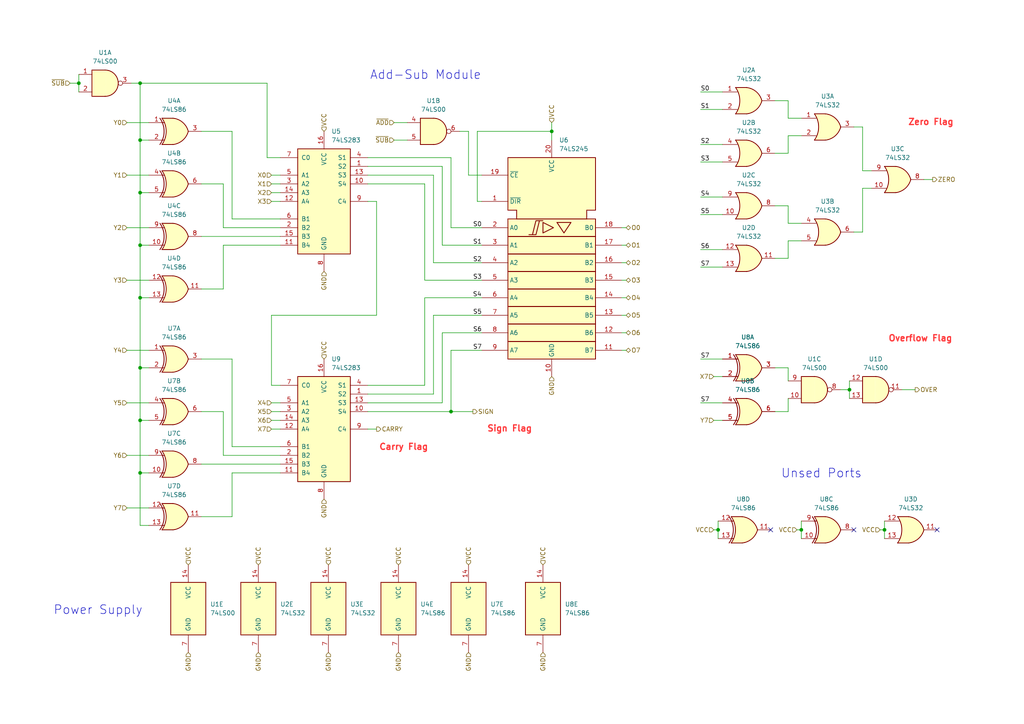
<source format=kicad_sch>
(kicad_sch (version 20250114) (generator "eeschema") (generator_version "9.0")
  (paper "A4")
  (lib_symbols
    (symbol "74xx:74LS00" (pin_names (offset 1.016))
      (property "Reference" "U" (at 0 1.27 0))
      (property "Value" "74LS00" (at 0 -1.27 0))
      (symbol "74LS00_1_1"
        (arc (start 0 3.81) (mid 3.7934 0) (end 0 -3.81) (stroke (width 0.254)) (fill (type background)))
        (polyline (pts (xy 0 3.81) (xy -3.81 3.81) (xy -3.81 -3.81) (xy 0 -3.81)) (stroke (width 0.254)) (fill (type background)))
        (pin input line (at -7.62 2.54 0) (length 3.81) (name "~") (number "1"))
        (pin input line (at -7.62 -2.54 0) (length 3.81) (name "~") (number "2"))
        (pin output inverted (at 7.62 0 180) (length 3.81) (name "~") (number "3"))
      )
      (symbol "74LS00_1_2"
        (arc (start -3.81 3.81) (mid -2.589 0) (end -3.81 -3.81) (stroke (width 0.254)))
        (polyline (pts (xy -3.81 3.81) (xy -0.635 3.81)) (stroke (width 0.254)) (fill (type background)))
        (polyline (pts (xy -3.81 -3.81) (xy -0.635 -3.81)) (stroke (width 0.254)) (fill (type background)))
        (arc (start 3.81 0) (mid 2.1855 -2.584) (end -0.6096 -3.81) (stroke (width 0.254)) (fill (type background)))
        (arc (start -0.6096 3.81) (mid 2.1928 2.5924) (end 3.81 0) (stroke (width 0.254)) (fill (type background)))
        (polyline (pts (xy -0.635 3.81) (xy -3.81 3.81) (xy -3.81 3.81) (xy -3.556 3.4036) (xy -3.0226 2.2606) (xy -2.6924 1.0414) (xy -2.6162 -0.254) (xy -2.7686 -1.4986) (xy -3.175 -2.7178) (xy -3.81 -3.81) (xy -3.81 -3.81) (xy -0.635 -3.81)) (stroke (width -25.4)) (fill (type background)))
        (pin input inverted (at -7.62 2.54 0) (length 4.318) (name "~") (number "1"))
        (pin input inverted (at -7.62 -2.54 0) (length 4.318) (name "~") (number "2"))
        (pin output line (at 7.62 0 180) (length 3.81) (name "~") (number "3"))
      )
      (symbol "74LS00_2_1"
        (arc (start 0 3.81) (mid 3.7934 0) (end 0 -3.81) (stroke (width 0.254)) (fill (type background)))
        (polyline (pts (xy 0 3.81) (xy -3.81 3.81) (xy -3.81 -3.81) (xy 0 -3.81)) (stroke (width 0.254)) (fill (type background)))
        (pin input line (at -7.62 2.54 0) (length 3.81) (name "~") (number "4"))
        (pin input line (at -7.62 -2.54 0) (length 3.81) (name "~") (number "5"))
        (pin output inverted (at 7.62 0 180) (length 3.81) (name "~") (number "6"))
      )
      (symbol "74LS00_2_2"
        (arc (start -3.81 3.81) (mid -2.589 0) (end -3.81 -3.81) (stroke (width 0.254)))
        (polyline (pts (xy -3.81 3.81) (xy -0.635 3.81)) (stroke (width 0.254)) (fill (type background)))
        (polyline (pts (xy -3.81 -3.81) (xy -0.635 -3.81)) (stroke (width 0.254)) (fill (type background)))
        (arc (start 3.81 0) (mid 2.1855 -2.584) (end -0.6096 -3.81) (stroke (width 0.254)) (fill (type background)))
        (arc (start -0.6096 3.81) (mid 2.1928 2.5924) (end 3.81 0) (stroke (width 0.254)) (fill (type background)))
        (polyline (pts (xy -0.635 3.81) (xy -3.81 3.81) (xy -3.81 3.81) (xy -3.556 3.4036) (xy -3.0226 2.2606) (xy -2.6924 1.0414) (xy -2.6162 -0.254) (xy -2.7686 -1.4986) (xy -3.175 -2.7178) (xy -3.81 -3.81) (xy -3.81 -3.81) (xy -0.635 -3.81)) (stroke (width -25.4)) (fill (type background)))
        (pin input inverted (at -7.62 2.54 0) (length 4.318) (name "~") (number "4"))
        (pin input inverted (at -7.62 -2.54 0) (length 4.318) (name "~") (number "5"))
        (pin output line (at 7.62 0 180) (length 3.81) (name "~") (number "6"))
      )
      (symbol "74LS00_3_1"
        (arc (start 0 3.81) (mid 3.7934 0) (end 0 -3.81) (stroke (width 0.254)) (fill (type background)))
        (polyline (pts (xy 0 3.81) (xy -3.81 3.81) (xy -3.81 -3.81) (xy 0 -3.81)) (stroke (width 0.254)) (fill (type background)))
        (pin input line (at -7.62 2.54 0) (length 3.81) (name "~") (number "9"))
        (pin input line (at -7.62 -2.54 0) (length 3.81) (name "~") (number "10"))
        (pin output inverted (at 7.62 0 180) (length 3.81) (name "~") (number "8"))
      )
      (symbol "74LS00_3_2"
        (arc (start -3.81 3.81) (mid -2.589 0) (end -3.81 -3.81) (stroke (width 0.254)))
        (polyline (pts (xy -3.81 3.81) (xy -0.635 3.81)) (stroke (width 0.254)) (fill (type background)))
        (polyline (pts (xy -3.81 -3.81) (xy -0.635 -3.81)) (stroke (width 0.254)) (fill (type background)))
        (arc (start 3.81 0) (mid 2.1855 -2.584) (end -0.6096 -3.81) (stroke (width 0.254)) (fill (type background)))
        (arc (start -0.6096 3.81) (mid 2.1928 2.5924) (end 3.81 0) (stroke (width 0.254)) (fill (type background)))
        (polyline (pts (xy -0.635 3.81) (xy -3.81 3.81) (xy -3.81 3.81) (xy -3.556 3.4036) (xy -3.0226 2.2606) (xy -2.6924 1.0414) (xy -2.6162 -0.254) (xy -2.7686 -1.4986) (xy -3.175 -2.7178) (xy -3.81 -3.81) (xy -3.81 -3.81) (xy -0.635 -3.81)) (stroke (width -25.4)) (fill (type background)))
        (pin input inverted (at -7.62 2.54 0) (length 4.318) (name "~") (number "9"))
        (pin input inverted (at -7.62 -2.54 0) (length 4.318) (name "~") (number "10"))
        (pin output line (at 7.62 0 180) (length 3.81) (name "~") (number "8"))
      )
      (symbol "74LS00_4_1"
        (arc (start 0 3.81) (mid 3.7934 0) (end 0 -3.81) (stroke (width 0.254)) (fill (type background)))
        (polyline (pts (xy 0 3.81) (xy -3.81 3.81) (xy -3.81 -3.81) (xy 0 -3.81)) (stroke (width 0.254)) (fill (type background)))
        (pin input line (at -7.62 2.54 0) (length 3.81) (name "~") (number "12"))
        (pin input line (at -7.62 -2.54 0) (length 3.81) (name "~") (number "13"))
        (pin output inverted (at 7.62 0 180) (length 3.81) (name "~") (number "11"))
      )
      (symbol "74LS00_4_2"
        (arc (start -3.81 3.81) (mid -2.589 0) (end -3.81 -3.81) (stroke (width 0.254)))
        (polyline (pts (xy -3.81 3.81) (xy -0.635 3.81)) (stroke (width 0.254)) (fill (type background)))
        (polyline (pts (xy -3.81 -3.81) (xy -0.635 -3.81)) (stroke (width 0.254)) (fill (type background)))
        (arc (start 3.81 0) (mid 2.1855 -2.584) (end -0.6096 -3.81) (stroke (width 0.254)) (fill (type background)))
        (arc (start -0.6096 3.81) (mid 2.1928 2.5924) (end 3.81 0) (stroke (width 0.254)) (fill (type background)))
        (polyline (pts (xy -0.635 3.81) (xy -3.81 3.81) (xy -3.81 3.81) (xy -3.556 3.4036) (xy -3.0226 2.2606) (xy -2.6924 1.0414) (xy -2.6162 -0.254) (xy -2.7686 -1.4986) (xy -3.175 -2.7178) (xy -3.81 -3.81) (xy -3.81 -3.81) (xy -0.635 -3.81)) (stroke (width -25.4)) (fill (type background)))
        (pin input inverted (at -7.62 2.54 0) (length 4.318) (name "~") (number "12"))
        (pin input inverted (at -7.62 -2.54 0) (length 4.318) (name "~") (number "13"))
        (pin output line (at 7.62 0 180) (length 3.81) (name "~") (number "11"))
      )
      (symbol "74LS00_5_0"
        (pin power_in line (at 0 12.7 270) (length 5.08) (name "VCC") (number "14"))
        (pin power_in line (at 0 -12.7 90) (length 5.08) (name "GND") (number "7"))
      )
      (symbol "74LS00_5_1"
        (rectangle (start -5.08 7.62) (end 5.08 -7.62) (stroke (width 0.254)) (fill (type background)))
      )
    )
    (symbol "74xx:74LS283" (pin_names (offset 1.016))
      (property "Reference" "U" (at -7.62 16.51 0))
      (property "Value" "74LS283" (at -7.62 -16.51 0))
      (symbol "74LS283_1_0"
        (pin input line (at -12.7 12.7 0) (length 5.08) (name "C0") (number "7"))
        (pin input line (at -12.7 7.62 0) (length 5.08) (name "A1") (number "5"))
        (pin input line (at -12.7 5.08 0) (length 5.08) (name "A2") (number "3"))
        (pin input line (at -12.7 2.54 0) (length 5.08) (name "A3") (number "14"))
        (pin input line (at -12.7 0 0) (length 5.08) (name "A4") (number "12"))
        (pin input line (at -12.7 -5.08 0) (length 5.08) (name "B1") (number "6"))
        (pin input line (at -12.7 -7.62 0) (length 5.08) (name "B2") (number "2"))
        (pin input line (at -12.7 -10.16 0) (length 5.08) (name "B3") (number "15"))
        (pin input line (at -12.7 -12.7 0) (length 5.08) (name "B4") (number "11"))
        (pin power_in line (at 0 20.32 270) (length 5.08) (name "VCC") (number "16"))
        (pin power_in line (at 0 -20.32 90) (length 5.08) (name "GND") (number "8"))
        (pin output line (at 12.7 12.7 180) (length 5.08) (name "S1") (number "4"))
        (pin output line (at 12.7 10.16 180) (length 5.08) (name "S2") (number "1"))
        (pin output line (at 12.7 7.62 180) (length 5.08) (name "S3") (number "13"))
        (pin output line (at 12.7 5.08 180) (length 5.08) (name "S4") (number "10"))
        (pin output line (at 12.7 0 180) (length 5.08) (name "C4") (number "9"))
      )
      (symbol "74LS283_1_1"
        (rectangle (start -7.62 15.24) (end 7.62 -15.24) (stroke (width 0.254)) (fill (type background)))
      )
    )
    (symbol "74xx:74LS32" (pin_names (offset 1.016))
      (property "Reference" "U" (at 0 1.27 0))
      (property "Value" "74LS32" (at 0 -1.27 0))
      (symbol "74LS32_1_1"
        (arc (start -3.81 3.81) (mid -2.589 0) (end -3.81 -3.81) (stroke (width 0.254)))
        (polyline (pts (xy -3.81 3.81) (xy -0.635 3.81)) (stroke (width 0.254)) (fill (type background)))
        (polyline (pts (xy -3.81 -3.81) (xy -0.635 -3.81)) (stroke (width 0.254)) (fill (type background)))
        (arc (start 3.81 0) (mid 2.1855 -2.584) (end -0.6096 -3.81) (stroke (width 0.254)) (fill (type background)))
        (arc (start -0.6096 3.81) (mid 2.1928 2.5924) (end 3.81 0) (stroke (width 0.254)) (fill (type background)))
        (polyline (pts (xy -0.635 3.81) (xy -3.81 3.81) (xy -3.81 3.81) (xy -3.556 3.4036) (xy -3.0226 2.2606) (xy -2.6924 1.0414) (xy -2.6162 -0.254) (xy -2.7686 -1.4986) (xy -3.175 -2.7178) (xy -3.81 -3.81) (xy -3.81 -3.81) (xy -0.635 -3.81)) (stroke (width -25.4)) (fill (type background)))
        (pin input line (at -7.62 2.54 0) (length 4.318) (name "~") (number "1"))
        (pin input line (at -7.62 -2.54 0) (length 4.318) (name "~") (number "2"))
        (pin output line (at 7.62 0 180) (length 3.81) (name "~") (number "3"))
      )
      (symbol "74LS32_1_2"
        (arc (start 0 3.81) (mid 3.7934 0) (end 0 -3.81) (stroke (width 0.254)) (fill (type background)))
        (polyline (pts (xy 0 3.81) (xy -3.81 3.81) (xy -3.81 -3.81) (xy 0 -3.81)) (stroke (width 0.254)) (fill (type background)))
        (pin input inverted (at -7.62 2.54 0) (length 3.81) (name "~") (number "1"))
        (pin input inverted (at -7.62 -2.54 0) (length 3.81) (name "~") (number "2"))
        (pin output inverted (at 7.62 0 180) (length 3.81) (name "~") (number "3"))
      )
      (symbol "74LS32_2_1"
        (arc (start -3.81 3.81) (mid -2.589 0) (end -3.81 -3.81) (stroke (width 0.254)))
        (polyline (pts (xy -3.81 3.81) (xy -0.635 3.81)) (stroke (width 0.254)) (fill (type background)))
        (polyline (pts (xy -3.81 -3.81) (xy -0.635 -3.81)) (stroke (width 0.254)) (fill (type background)))
        (arc (start 3.81 0) (mid 2.1855 -2.584) (end -0.6096 -3.81) (stroke (width 0.254)) (fill (type background)))
        (arc (start -0.6096 3.81) (mid 2.1928 2.5924) (end 3.81 0) (stroke (width 0.254)) (fill (type background)))
        (polyline (pts (xy -0.635 3.81) (xy -3.81 3.81) (xy -3.81 3.81) (xy -3.556 3.4036) (xy -3.0226 2.2606) (xy -2.6924 1.0414) (xy -2.6162 -0.254) (xy -2.7686 -1.4986) (xy -3.175 -2.7178) (xy -3.81 -3.81) (xy -3.81 -3.81) (xy -0.635 -3.81)) (stroke (width -25.4)) (fill (type background)))
        (pin input line (at -7.62 2.54 0) (length 4.318) (name "~") (number "4"))
        (pin input line (at -7.62 -2.54 0) (length 4.318) (name "~") (number "5"))
        (pin output line (at 7.62 0 180) (length 3.81) (name "~") (number "6"))
      )
      (symbol "74LS32_2_2"
        (arc (start 0 3.81) (mid 3.7934 0) (end 0 -3.81) (stroke (width 0.254)) (fill (type background)))
        (polyline (pts (xy 0 3.81) (xy -3.81 3.81) (xy -3.81 -3.81) (xy 0 -3.81)) (stroke (width 0.254)) (fill (type background)))
        (pin input inverted (at -7.62 2.54 0) (length 3.81) (name "~") (number "4"))
        (pin input inverted (at -7.62 -2.54 0) (length 3.81) (name "~") (number "5"))
        (pin output inverted (at 7.62 0 180) (length 3.81) (name "~") (number "6"))
      )
      (symbol "74LS32_3_1"
        (arc (start -3.81 3.81) (mid -2.589 0) (end -3.81 -3.81) (stroke (width 0.254)))
        (polyline (pts (xy -3.81 3.81) (xy -0.635 3.81)) (stroke (width 0.254)) (fill (type background)))
        (polyline (pts (xy -3.81 -3.81) (xy -0.635 -3.81)) (stroke (width 0.254)) (fill (type background)))
        (arc (start 3.81 0) (mid 2.1855 -2.584) (end -0.6096 -3.81) (stroke (width 0.254)) (fill (type background)))
        (arc (start -0.6096 3.81) (mid 2.1928 2.5924) (end 3.81 0) (stroke (width 0.254)) (fill (type background)))
        (polyline (pts (xy -0.635 3.81) (xy -3.81 3.81) (xy -3.81 3.81) (xy -3.556 3.4036) (xy -3.0226 2.2606) (xy -2.6924 1.0414) (xy -2.6162 -0.254) (xy -2.7686 -1.4986) (xy -3.175 -2.7178) (xy -3.81 -3.81) (xy -3.81 -3.81) (xy -0.635 -3.81)) (stroke (width -25.4)) (fill (type background)))
        (pin input line (at -7.62 2.54 0) (length 4.318) (name "~") (number "9"))
        (pin input line (at -7.62 -2.54 0) (length 4.318) (name "~") (number "10"))
        (pin output line (at 7.62 0 180) (length 3.81) (name "~") (number "8"))
      )
      (symbol "74LS32_3_2"
        (arc (start 0 3.81) (mid 3.7934 0) (end 0 -3.81) (stroke (width 0.254)) (fill (type background)))
        (polyline (pts (xy 0 3.81) (xy -3.81 3.81) (xy -3.81 -3.81) (xy 0 -3.81)) (stroke (width 0.254)) (fill (type background)))
        (pin input inverted (at -7.62 2.54 0) (length 3.81) (name "~") (number "9"))
        (pin input inverted (at -7.62 -2.54 0) (length 3.81) (name "~") (number "10"))
        (pin output inverted (at 7.62 0 180) (length 3.81) (name "~") (number "8"))
      )
      (symbol "74LS32_4_1"
        (arc (start -3.81 3.81) (mid -2.589 0) (end -3.81 -3.81) (stroke (width 0.254)))
        (polyline (pts (xy -3.81 3.81) (xy -0.635 3.81)) (stroke (width 0.254)) (fill (type background)))
        (polyline (pts (xy -3.81 -3.81) (xy -0.635 -3.81)) (stroke (width 0.254)) (fill (type background)))
        (arc (start 3.81 0) (mid 2.1855 -2.584) (end -0.6096 -3.81) (stroke (width 0.254)) (fill (type background)))
        (arc (start -0.6096 3.81) (mid 2.1928 2.5924) (end 3.81 0) (stroke (width 0.254)) (fill (type background)))
        (polyline (pts (xy -0.635 3.81) (xy -3.81 3.81) (xy -3.81 3.81) (xy -3.556 3.4036) (xy -3.0226 2.2606) (xy -2.6924 1.0414) (xy -2.6162 -0.254) (xy -2.7686 -1.4986) (xy -3.175 -2.7178) (xy -3.81 -3.81) (xy -3.81 -3.81) (xy -0.635 -3.81)) (stroke (width -25.4)) (fill (type background)))
        (pin input line (at -7.62 2.54 0) (length 4.318) (name "~") (number "12"))
        (pin input line (at -7.62 -2.54 0) (length 4.318) (name "~") (number "13"))
        (pin output line (at 7.62 0 180) (length 3.81) (name "~") (number "11"))
      )
      (symbol "74LS32_4_2"
        (arc (start 0 3.81) (mid 3.7934 0) (end 0 -3.81) (stroke (width 0.254)) (fill (type background)))
        (polyline (pts (xy 0 3.81) (xy -3.81 3.81) (xy -3.81 -3.81) (xy 0 -3.81)) (stroke (width 0.254)) (fill (type background)))
        (pin input inverted (at -7.62 2.54 0) (length 3.81) (name "~") (number "12"))
        (pin input inverted (at -7.62 -2.54 0) (length 3.81) (name "~") (number "13"))
        (pin output inverted (at 7.62 0 180) (length 3.81) (name "~") (number "11"))
      )
      (symbol "74LS32_5_0"
        (pin power_in line (at 0 12.7 270) (length 5.08) (name "VCC") (number "14"))
        (pin power_in line (at 0 -12.7 90) (length 5.08) (name "GND") (number "7"))
      )
      (symbol "74LS32_5_1"
        (rectangle (start -5.08 7.62) (end 5.08 -7.62) (stroke (width 0.254)) (fill (type background)))
      )
    )
    (symbol "74xx:74LS86" (pin_names (offset 1.016))
      (property "Reference" "U" (at 0 1.27 0))
      (property "Value" "74LS86" (at 0 -1.27 0))
      (symbol "74LS86_1_0"
        (arc (start -4.4196 3.81) (mid -3.2033 0) (end -4.4196 -3.81) (stroke (width 0.254)))
        (arc (start -3.81 3.81) (mid -2.589 0) (end -3.81 -3.81) (stroke (width 0.254)))
        (polyline (pts (xy -3.81 3.81) (xy -0.635 3.81)) (stroke (width 0.254)) (fill (type background)))
        (polyline (pts (xy -3.81 -3.81) (xy -0.635 -3.81)) (stroke (width 0.254)) (fill (type background)))
        (arc (start 3.81 0) (mid 2.1855 -2.584) (end -0.6096 -3.81) (stroke (width 0.254)) (fill (type background)))
        (arc (start -0.6096 3.81) (mid 2.1928 2.5924) (end 3.81 0) (stroke (width 0.254)) (fill (type background)))
        (polyline (pts (xy -0.635 3.81) (xy -3.81 3.81) (xy -3.81 3.81) (xy -3.556 3.4036) (xy -3.0226 2.2606) (xy -2.6924 1.0414) (xy -2.6162 -0.254) (xy -2.7686 -1.4986) (xy -3.175 -2.7178) (xy -3.81 -3.81) (xy -3.81 -3.81) (xy -0.635 -3.81)) (stroke (width -25.4)) (fill (type background)))
        (pin input line (at -7.62 2.54 0) (length 4.445) (name "~") (number "1"))
        (pin input line (at -7.62 -2.54 0) (length 4.445) (name "~") (number "2"))
        (pin output line (at 7.62 0 180) (length 3.81) (name "~") (number "3"))
      )
      (symbol "74LS86_1_1"
        (polyline (pts (xy -3.81 2.54) (xy -3.175 2.54)) (stroke (width 0.1524)))
        (polyline (pts (xy -3.81 -2.54) (xy -3.175 -2.54)) (stroke (width 0.1524)))
      )
      (symbol "74LS86_2_0"
        (arc (start -4.4196 3.81) (mid -3.2033 0) (end -4.4196 -3.81) (stroke (width 0.254)))
        (arc (start -3.81 3.81) (mid -2.589 0) (end -3.81 -3.81) (stroke (width 0.254)))
        (polyline (pts (xy -3.81 3.81) (xy -0.635 3.81)) (stroke (width 0.254)) (fill (type background)))
        (polyline (pts (xy -3.81 -3.81) (xy -0.635 -3.81)) (stroke (width 0.254)) (fill (type background)))
        (arc (start 3.81 0) (mid 2.1855 -2.584) (end -0.6096 -3.81) (stroke (width 0.254)) (fill (type background)))
        (arc (start -0.6096 3.81) (mid 2.1928 2.5924) (end 3.81 0) (stroke (width 0.254)) (fill (type background)))
        (polyline (pts (xy -0.635 3.81) (xy -3.81 3.81) (xy -3.81 3.81) (xy -3.556 3.4036) (xy -3.0226 2.2606) (xy -2.6924 1.0414) (xy -2.6162 -0.254) (xy -2.7686 -1.4986) (xy -3.175 -2.7178) (xy -3.81 -3.81) (xy -3.81 -3.81) (xy -0.635 -3.81)) (stroke (width -25.4)) (fill (type background)))
        (pin input line (at -7.62 2.54 0) (length 4.445) (name "~") (number "4"))
        (pin input line (at -7.62 -2.54 0) (length 4.445) (name "~") (number "5"))
        (pin output line (at 7.62 0 180) (length 3.81) (name "~") (number "6"))
      )
      (symbol "74LS86_2_1"
        (polyline (pts (xy -3.81 2.54) (xy -3.175 2.54)) (stroke (width 0.1524)))
        (polyline (pts (xy -3.81 -2.54) (xy -3.175 -2.54)) (stroke (width 0.1524)))
      )
      (symbol "74LS86_3_0"
        (arc (start -4.4196 3.81) (mid -3.2033 0) (end -4.4196 -3.81) (stroke (width 0.254)))
        (arc (start -3.81 3.81) (mid -2.589 0) (end -3.81 -3.81) (stroke (width 0.254)))
        (polyline (pts (xy -3.81 3.81) (xy -0.635 3.81)) (stroke (width 0.254)) (fill (type background)))
        (polyline (pts (xy -3.81 -3.81) (xy -0.635 -3.81)) (stroke (width 0.254)) (fill (type background)))
        (arc (start 3.81 0) (mid 2.1855 -2.584) (end -0.6096 -3.81) (stroke (width 0.254)) (fill (type background)))
        (arc (start -0.6096 3.81) (mid 2.1928 2.5924) (end 3.81 0) (stroke (width 0.254)) (fill (type background)))
        (polyline (pts (xy -0.635 3.81) (xy -3.81 3.81) (xy -3.81 3.81) (xy -3.556 3.4036) (xy -3.0226 2.2606) (xy -2.6924 1.0414) (xy -2.6162 -0.254) (xy -2.7686 -1.4986) (xy -3.175 -2.7178) (xy -3.81 -3.81) (xy -3.81 -3.81) (xy -0.635 -3.81)) (stroke (width -25.4)) (fill (type background)))
        (pin input line (at -7.62 2.54 0) (length 4.445) (name "~") (number "9"))
        (pin input line (at -7.62 -2.54 0) (length 4.445) (name "~") (number "10"))
        (pin output line (at 7.62 0 180) (length 3.81) (name "~") (number "8"))
      )
      (symbol "74LS86_3_1"
        (polyline (pts (xy -3.81 2.54) (xy -3.175 2.54)) (stroke (width 0.1524)))
        (polyline (pts (xy -3.81 -2.54) (xy -3.175 -2.54)) (stroke (width 0.1524)))
      )
      (symbol "74LS86_4_0"
        (arc (start -4.4196 3.81) (mid -3.2033 0) (end -4.4196 -3.81) (stroke (width 0.254)))
        (arc (start -3.81 3.81) (mid -2.589 0) (end -3.81 -3.81) (stroke (width 0.254)))
        (polyline (pts (xy -3.81 3.81) (xy -0.635 3.81)) (stroke (width 0.254)) (fill (type background)))
        (polyline (pts (xy -3.81 -3.81) (xy -0.635 -3.81)) (stroke (width 0.254)) (fill (type background)))
        (arc (start 3.81 0) (mid 2.1855 -2.584) (end -0.6096 -3.81) (stroke (width 0.254)) (fill (type background)))
        (arc (start -0.6096 3.81) (mid 2.1928 2.5924) (end 3.81 0) (stroke (width 0.254)) (fill (type background)))
        (polyline (pts (xy -0.635 3.81) (xy -3.81 3.81) (xy -3.81 3.81) (xy -3.556 3.4036) (xy -3.0226 2.2606) (xy -2.6924 1.0414) (xy -2.6162 -0.254) (xy -2.7686 -1.4986) (xy -3.175 -2.7178) (xy -3.81 -3.81) (xy -3.81 -3.81) (xy -0.635 -3.81)) (stroke (width -25.4)) (fill (type background)))
        (pin input line (at -7.62 2.54 0) (length 4.445) (name "~") (number "12"))
        (pin input line (at -7.62 -2.54 0) (length 4.445) (name "~") (number "13"))
        (pin output line (at 7.62 0 180) (length 3.81) (name "~") (number "11"))
      )
      (symbol "74LS86_4_1"
        (polyline (pts (xy -3.81 2.54) (xy -3.175 2.54)) (stroke (width 0.1524)))
        (polyline (pts (xy -3.81 -2.54) (xy -3.175 -2.54)) (stroke (width 0.1524)))
      )
      (symbol "74LS86_5_0"
        (pin power_in line (at 0 12.7 270) (length 5.08) (name "VCC") (number "14"))
        (pin power_in line (at 0 -12.7 90) (length 5.08) (name "GND") (number "7"))
      )
      (symbol "74LS86_5_1"
        (rectangle (start -5.08 7.62) (end 5.08 -7.62) (stroke (width 0.254)) (fill (type background)))
      )
    )
    (symbol "74xx_IEEE:74LS245"
      (property "Reference" "U" (at 15.24 25.4 0))
      (property "Value" "74LS245" (at 5.08 -30.48 0))
      (symbol "74LS245_0_0"
        (polyline (pts (xy -6.604 10.668) (xy -4.572 10.668) (xy -3.556 14.732) (xy -2.54 14.732) (xy -4.572 14.732) (xy -5.588 10.668) (xy -5.588 10.668)) (stroke (width 0.254)) (fill (type background)))
        (polyline (pts (xy -2.54 14.224) (xy -2.54 11.176) (xy 0.508 12.7) (xy -2.54 14.224) (xy -2.54 14.224)) (stroke (width 0.254)) (fill (type background)))
        (polyline (pts (xy 1.524 14.224) (xy 5.588 14.224) (xy 3.556 11.176) (xy 1.524 14.224) (xy 1.524 14.224)) (stroke (width 0.254)) (fill (type background)))
        (pin power_in line (at 0 38.1 270) (length 5.08) (name "VCC") (number "20"))
        (pin power_in line (at 0 -30.48 90) (length 5.08) (name "GND") (number "10"))
      )
      (symbol "74LS245_0_1"
        (rectangle (start -12.7 15.24) (end 12.7 10.16) (stroke (width 0.254)) (fill (type background)))
        (rectangle (start -12.7 10.16) (end 12.7 5.08) (stroke (width 0.254)) (fill (type background)))
        (rectangle (start -12.7 5.08) (end 12.7 0) (stroke (width 0.254)) (fill (type background)))
        (rectangle (start -12.7 0) (end 12.7 -5.08) (stroke (width 0.254)) (fill (type background)))
        (rectangle (start -12.7 -5.08) (end 12.7 -10.16) (stroke (width 0.254)) (fill (type background)))
        (rectangle (start -12.7 -10.16) (end 12.7 -15.24) (stroke (width 0.254)) (fill (type background)))
        (rectangle (start -12.7 -15.24) (end 12.7 -20.32) (stroke (width 0.254)) (fill (type background)))
        (rectangle (start -12.7 -20.32) (end 12.7 -25.4) (stroke (width 0.254)) (fill (type background)))
        (polyline (pts (xy -10.16 15.24) (xy -10.16 17.78) (xy -12.7 17.78) (xy -12.7 33.02) (xy 12.7 33.02) (xy 12.7 17.78) (xy 10.16 17.78) (xy 10.16 15.24) (xy 10.16 15.24)) (stroke (width 0.254)) (fill (type background)))
      )
      (symbol "74LS245_1_1"
        (pin input line (at -20.32 27.94 0) (length 7.62) (name "~{CE}") (number "19"))
        (pin input line (at -20.32 20.32 0) (length 7.62) (name "~{DIR}") (number "1"))
        (pin tri_state line (at -20.32 12.7 0) (length 7.62) (name "A0") (number "2"))
        (pin tri_state line (at -20.32 7.62 0) (length 7.62) (name "A1") (number "3"))
        (pin tri_state line (at -20.32 2.54 0) (length 7.62) (name "A2") (number "4"))
        (pin tri_state line (at -20.32 -2.54 0) (length 7.62) (name "A3") (number "5"))
        (pin tri_state line (at -20.32 -7.62 0) (length 7.62) (name "A4") (number "6"))
        (pin tri_state line (at -20.32 -12.7 0) (length 7.62) (name "A5") (number "7"))
        (pin tri_state line (at -20.32 -17.78 0) (length 7.62) (name "A6") (number "8"))
        (pin tri_state line (at -20.32 -22.86 0) (length 7.62) (name "A7") (number "9"))
        (pin tri_state line (at 20.32 12.7 180) (length 7.62) (name "B0") (number "18"))
        (pin tri_state line (at 20.32 7.62 180) (length 7.62) (name "B1") (number "17"))
        (pin tri_state line (at 20.32 2.54 180) (length 7.62) (name "B2") (number "16"))
        (pin tri_state line (at 20.32 -2.54 180) (length 7.62) (name "B3") (number "15"))
        (pin tri_state line (at 20.32 -7.62 180) (length 7.62) (name "B4") (number "14"))
        (pin tri_state line (at 20.32 -12.7 180) (length 7.62) (name "B5") (number "13"))
        (pin tri_state line (at 20.32 -17.78 180) (length 7.62) (name "B6") (number "12"))
        (pin tri_state line (at 20.32 -22.86 180) (length 7.62) (name "B7") (number "11"))
      )
    )
  )
  (text "Carry Flag" (at 117.094 129.794 0) (effects (font (size 1.778 1.778) (thickness 0.3556) (bold yes))))
  (text "Add-Sub Module" (at 123.444 21.844 0) (effects (font (size 2.54 2.54))))
  (text "Unsed Ports" (at 238.252 137.414 0) (effects (font (size 2.54 2.54))))
  (text "Sign Flag" (at 147.828 124.46 0) (effects (font (size 1.778 1.778) (thickness 0.3556) (bold yes))))
  (text "Zero Flag" (at 270.002 35.56 0) (effects (font (size 1.778 1.778) (thickness 0.3556) (bold yes))))
  (text "Power Supply" (at 28.448 177.038 0) (effects (font (size 2.54 2.54))))
  (text "Overflow Flag" (at 266.954 98.298 0) (effects (font (size 1.778 1.778) (thickness 0.3556) (bold yes))))
  (junction (at 208.28 153.67))
  (junction (at 40.64 106.68))
  (junction (at 232.41 153.67))
  (junction (at 40.64 86.36))
  (junction (at 40.64 40.64))
  (junction (at 246.38 113.03))
  (junction (at 40.64 121.92))
  (junction (at 40.64 137.16))
  (junction (at 256.54 153.67))
  (junction (at 40.64 24.13))
  (junction (at 22.86 24.13))
  (junction (at 40.64 71.12))
  (junction (at 160.02 38.1))
  (junction (at 130.81 119.38))
  (junction (at 40.64 55.88))
  (no_connect (at 223.52 153.67))
  (no_connect (at 271.78 153.67))
  (no_connect (at 247.65 153.67))
  (wire (pts (xy 250.19 36.83) (xy 247.65 36.83)))
  (wire (pts (xy 207.01 153.67) (xy 208.28 153.67)))
  (wire (pts (xy 203.2 62.23) (xy 209.55 62.23)))
  (wire (pts (xy 180.34 71.12) (xy 181.61 71.12)))
  (wire (pts (xy 40.64 137.16) (xy 43.18 137.16)))
  (wire (pts (xy 228.6 29.21) (xy 228.6 34.29)))
  (wire (pts (xy 207.01 109.22) (xy 209.55 109.22)))
  (wire (pts (xy 203.2 31.75) (xy 209.55 31.75)))
  (wire (pts (xy 231.14 153.67) (xy 232.41 153.67)))
  (wire (pts (xy 67.31 38.1) (xy 67.31 63.5)))
  (wire (pts (xy 36.83 101.6) (xy 43.18 101.6)))
  (wire (pts (xy 64.77 71.12) (xy 81.28 71.12)))
  (wire (pts (xy 130.81 101.6) (xy 139.7 101.6)))
  (wire (pts (xy 67.31 63.5) (xy 81.28 63.5)))
  (wire (pts (xy 203.2 57.15) (xy 209.55 57.15)))
  (wire (pts (xy 36.83 50.8) (xy 43.18 50.8)))
  (wire (pts (xy 123.19 111.76) (xy 123.19 86.36)))
  (wire (pts (xy 40.64 106.68) (xy 40.64 121.92)))
  (wire (pts (xy 256.54 153.67) (xy 256.54 156.21)))
  (wire (pts (xy 138.43 38.1) (xy 160.02 38.1)))
  (wire (pts (xy 228.6 39.37) (xy 228.6 44.45)))
  (wire (pts (xy 224.79 59.69) (xy 228.6 59.69)))
  (wire (pts (xy 123.19 81.28) (xy 139.7 81.28)))
  (wire (pts (xy 203.2 26.67) (xy 209.55 26.67)))
  (wire (pts (xy 246.38 113.03) (xy 246.38 115.57)))
  (wire (pts (xy 106.68 53.34) (xy 123.19 53.34)))
  (wire (pts (xy 40.64 24.13) (xy 77.47 24.13)))
  (wire (pts (xy 180.34 76.2) (xy 181.61 76.2)))
  (wire (pts (xy 243.84 113.03) (xy 246.38 113.03)))
  (wire (pts (xy 22.86 24.13) (xy 22.86 26.67)))
  (wire (pts (xy 255.27 153.67) (xy 256.54 153.67)))
  (wire (pts (xy 128.27 96.52) (xy 139.7 96.52)))
  (wire (pts (xy 125.73 76.2) (xy 139.7 76.2)))
  (wire (pts (xy 22.86 21.59) (xy 22.86 24.13)))
  (wire (pts (xy 58.42 104.14) (xy 67.31 104.14)))
  (wire (pts (xy 40.64 121.92) (xy 40.64 137.16)))
  (wire (pts (xy 109.22 58.42) (xy 109.22 91.44)))
  (wire (pts (xy 78.74 111.76) (xy 81.28 111.76)))
  (wire (pts (xy 106.68 119.38) (xy 130.81 119.38)))
  (wire (pts (xy 250.19 54.61) (xy 250.19 67.31)))
  (wire (pts (xy 130.81 119.38) (xy 137.16 119.38)))
  (wire (pts (xy 160.02 35.56) (xy 160.02 38.1)))
  (wire (pts (xy 81.28 121.92) (xy 78.74 121.92)))
  (wire (pts (xy 261.62 113.03) (xy 265.43 113.03)))
  (wire (pts (xy 180.34 101.6) (xy 181.61 101.6)))
  (wire (pts (xy 224.79 106.68) (xy 228.6 106.68)))
  (wire (pts (xy 81.28 116.84) (xy 78.74 116.84)))
  (wire (pts (xy 67.31 104.14) (xy 67.31 129.54)))
  (wire (pts (xy 40.64 121.92) (xy 43.18 121.92)))
  (wire (pts (xy 36.83 132.08) (xy 43.18 132.08)))
  (wire (pts (xy 232.41 39.37) (xy 228.6 39.37)))
  (wire (pts (xy 114.3 40.64) (xy 118.11 40.64)))
  (wire (pts (xy 58.42 149.86) (xy 67.31 149.86)))
  (wire (pts (xy 203.2 77.47) (xy 209.55 77.47)))
  (wire (pts (xy 40.64 152.4) (xy 43.18 152.4)))
  (wire (pts (xy 203.2 72.39) (xy 209.55 72.39)))
  (wire (pts (xy 180.34 96.52) (xy 181.61 96.52)))
  (wire (pts (xy 20.32 24.13) (xy 22.86 24.13)))
  (wire (pts (xy 128.27 71.12) (xy 139.7 71.12)))
  (wire (pts (xy 40.64 86.36) (xy 43.18 86.36)))
  (wire (pts (xy 81.28 53.34) (xy 78.74 53.34)))
  (wire (pts (xy 208.28 151.13) (xy 208.28 153.67)))
  (wire (pts (xy 43.18 40.64) (xy 40.64 40.64)))
  (wire (pts (xy 64.77 132.08) (xy 81.28 132.08)))
  (wire (pts (xy 77.47 24.13) (xy 77.47 45.72)))
  (wire (pts (xy 40.64 55.88) (xy 40.64 71.12)))
  (wire (pts (xy 40.64 71.12) (xy 40.64 86.36)))
  (wire (pts (xy 128.27 48.26) (xy 128.27 71.12)))
  (wire (pts (xy 232.41 69.85) (xy 228.6 69.85)))
  (wire (pts (xy 250.19 67.31) (xy 247.65 67.31)))
  (wire (pts (xy 228.6 74.93) (xy 224.79 74.93)))
  (wire (pts (xy 203.2 104.14) (xy 209.55 104.14)))
  (wire (pts (xy 81.28 55.88) (xy 78.74 55.88)))
  (wire (pts (xy 81.28 50.8) (xy 78.74 50.8)))
  (wire (pts (xy 67.31 137.16) (xy 81.28 137.16)))
  (wire (pts (xy 81.28 119.38) (xy 78.74 119.38)))
  (wire (pts (xy 232.41 153.67) (xy 232.41 156.21)))
  (wire (pts (xy 232.41 151.13) (xy 232.41 153.67)))
  (wire (pts (xy 228.6 119.38) (xy 228.6 115.57)))
  (wire (pts (xy 106.68 116.84) (xy 128.27 116.84)))
  (wire (pts (xy 78.74 91.44) (xy 78.74 111.76)))
  (wire (pts (xy 40.64 55.88) (xy 43.18 55.88)))
  (wire (pts (xy 138.43 38.1) (xy 138.43 58.42)))
  (wire (pts (xy 125.73 91.44) (xy 139.7 91.44)))
  (wire (pts (xy 109.22 58.42) (xy 106.68 58.42)))
  (wire (pts (xy 180.34 66.04) (xy 181.61 66.04)))
  (wire (pts (xy 64.77 66.04) (xy 81.28 66.04)))
  (wire (pts (xy 125.73 50.8) (xy 125.73 76.2)))
  (wire (pts (xy 64.77 66.04) (xy 64.77 53.34)))
  (wire (pts (xy 138.43 58.42) (xy 139.7 58.42)))
  (wire (pts (xy 228.6 34.29) (xy 232.41 34.29)))
  (wire (pts (xy 252.73 54.61) (xy 250.19 54.61)))
  (wire (pts (xy 40.64 40.64) (xy 40.64 55.88)))
  (wire (pts (xy 106.68 50.8) (xy 125.73 50.8)))
  (wire (pts (xy 106.68 48.26) (xy 128.27 48.26)))
  (wire (pts (xy 203.2 46.99) (xy 209.55 46.99)))
  (wire (pts (xy 228.6 69.85) (xy 228.6 74.93)))
  (wire (pts (xy 58.42 134.62) (xy 81.28 134.62)))
  (wire (pts (xy 123.19 53.34) (xy 123.19 81.28)))
  (wire (pts (xy 224.79 29.21) (xy 228.6 29.21)))
  (wire (pts (xy 130.81 119.38) (xy 130.81 101.6)))
  (wire (pts (xy 36.83 81.28) (xy 43.18 81.28)))
  (wire (pts (xy 250.19 36.83) (xy 250.19 49.53)))
  (wire (pts (xy 180.34 91.44) (xy 181.61 91.44)))
  (wire (pts (xy 123.19 86.36) (xy 139.7 86.36)))
  (wire (pts (xy 64.77 71.12) (xy 64.77 83.82)))
  (wire (pts (xy 40.64 24.13) (xy 40.64 40.64)))
  (wire (pts (xy 36.83 116.84) (xy 43.18 116.84)))
  (wire (pts (xy 58.42 83.82) (xy 64.77 83.82)))
  (wire (pts (xy 160.02 38.1) (xy 160.02 40.64)))
  (wire (pts (xy 207.01 121.92) (xy 209.55 121.92)))
  (wire (pts (xy 77.47 45.72) (xy 81.28 45.72)))
  (wire (pts (xy 40.64 86.36) (xy 40.64 106.68)))
  (wire (pts (xy 130.81 45.72) (xy 130.81 66.04)))
  (wire (pts (xy 109.22 91.44) (xy 78.74 91.44)))
  (wire (pts (xy 256.54 151.13) (xy 256.54 153.67)))
  (wire (pts (xy 36.83 35.56) (xy 43.18 35.56)))
  (wire (pts (xy 40.64 137.16) (xy 40.64 152.4)))
  (wire (pts (xy 228.6 106.68) (xy 228.6 110.49)))
  (wire (pts (xy 81.28 124.46) (xy 78.74 124.46)))
  (wire (pts (xy 40.64 71.12) (xy 43.18 71.12)))
  (wire (pts (xy 135.89 50.8) (xy 139.7 50.8)))
  (wire (pts (xy 133.35 38.1) (xy 135.89 38.1)))
  (wire (pts (xy 224.79 119.38) (xy 228.6 119.38)))
  (wire (pts (xy 36.83 66.04) (xy 43.18 66.04)))
  (wire (pts (xy 224.79 44.45) (xy 228.6 44.45)))
  (wire (pts (xy 114.3 35.56) (xy 118.11 35.56)))
  (wire (pts (xy 135.89 38.1) (xy 135.89 50.8)))
  (wire (pts (xy 130.81 66.04) (xy 139.7 66.04)))
  (wire (pts (xy 38.1 24.13) (xy 40.64 24.13)))
  (wire (pts (xy 81.28 58.42) (xy 78.74 58.42)))
  (wire (pts (xy 128.27 116.84) (xy 128.27 96.52)))
  (wire (pts (xy 64.77 119.38) (xy 64.77 132.08)))
  (wire (pts (xy 250.19 49.53) (xy 252.73 49.53)))
  (wire (pts (xy 106.68 45.72) (xy 130.81 45.72)))
  (wire (pts (xy 67.31 129.54) (xy 81.28 129.54)))
  (wire (pts (xy 106.68 114.3) (xy 125.73 114.3)))
  (wire (pts (xy 36.83 147.32) (xy 43.18 147.32)))
  (wire (pts (xy 58.42 119.38) (xy 64.77 119.38)))
  (wire (pts (xy 58.42 38.1) (xy 67.31 38.1)))
  (wire (pts (xy 246.38 113.03) (xy 246.38 110.49)))
  (wire (pts (xy 106.68 111.76) (xy 123.19 111.76)))
  (wire (pts (xy 125.73 114.3) (xy 125.73 91.44)))
  (wire (pts (xy 67.31 137.16) (xy 67.31 149.86)))
  (wire (pts (xy 203.2 41.91) (xy 209.55 41.91)))
  (wire (pts (xy 180.34 81.28) (xy 181.61 81.28)))
  (wire (pts (xy 232.41 64.77) (xy 228.6 64.77)))
  (wire (pts (xy 180.34 86.36) (xy 181.61 86.36)))
  (wire (pts (xy 208.28 153.67) (xy 208.28 156.21)))
  (wire (pts (xy 43.18 106.68) (xy 40.64 106.68)))
  (wire (pts (xy 267.97 52.07) (xy 270.51 52.07)))
  (wire (pts (xy 64.77 53.34) (xy 58.42 53.34)))
  (wire (pts (xy 58.42 68.58) (xy 81.28 68.58)))
  (wire (pts (xy 203.2 116.84) (xy 209.55 116.84)))
  (wire (pts (xy 109.22 124.46) (xy 106.68 124.46)))
  (wire (pts (xy 228.6 64.77) (xy 228.6 59.69)))
  (label "S1" (at 203.2 31.75 0))
  (label "S6" (at 203.2 72.39 0))
  (label "S0" (at 203.2 26.67 0))
  (label "S2" (at 137.16 76.2 0))
  (label "S4" (at 203.2 57.15 0))
  (label "S2" (at 203.2 41.91 0))
  (label "S6" (at 137.16 96.52 0))
  (label "S3" (at 203.2 46.99 0))
  (label "S7" (at 203.2 116.84 0))
  (label "S3" (at 137.16 81.28 0))
  (label "S1" (at 137.16 71.12 0))
  (label "S4" (at 137.1071 86.36 0))
  (label "S7" (at 203.2 77.47 0))
  (label "S7" (at 137.16 101.6 0))
  (label "S5" (at 137.16 91.44 0))
  (label "S7" (at 203.2 104.14 0))
  (label "S5" (at 203.2 62.23 0))
  (label "S0" (at 137.16 66.04 0))
  (hierarchical_label "Y7" (shape input) (at 36.83 147.32 180))
  (hierarchical_label "VCC" (shape input) (at 95.25 163.83 90))
  (hierarchical_label "Y6" (shape input) (at 36.83 132.08 180))
  (hierarchical_label "Y4" (shape input) (at 36.83 101.6 180))
  (hierarchical_label "VCC" (shape input) (at 135.89 163.83 90))
  (hierarchical_label "VCC" (shape input) (at 157.48 163.83 90))
  (hierarchical_label "Y7" (shape input) (at 207.01 121.92 180))
  (hierarchical_label "Y0" (shape input) (at 36.83 35.56 180))
  (hierarchical_label "X1" (shape input) (at 78.74 53.34 180))
  (hierarchical_label "ZERO" (shape output) (at 270.51 52.07 0))
  (hierarchical_label "GND" (shape input) (at 135.89 189.23 270))
  (hierarchical_label "X0" (shape input) (at 78.74 50.8 180))
  (hierarchical_label "X2" (shape input) (at 78.74 55.88 180))
  (hierarchical_label "GND" (shape input) (at 93.98 144.78 270))
  (hierarchical_label "X7" (shape input) (at 207.01 109.22 180))
  (hierarchical_label "VCC" (shape input) (at 115.57 163.83 90))
  (hierarchical_label "~{ADD}" (shape input) (at 114.3 35.56 180))
  (hierarchical_label "O7" (shape tri_state) (at 181.61 101.6 0))
  (hierarchical_label "X7" (shape input) (at 78.74 124.46 180))
  (hierarchical_label "VCC" (shape input) (at 160.02 35.56 90))
  (hierarchical_label "X3" (shape input) (at 78.74 58.42 180))
  (hierarchical_label "~{SUB}" (shape input) (at 114.3 40.64 180))
  (hierarchical_label "O0" (shape tri_state) (at 181.61 66.04 0))
  (hierarchical_label "O2" (shape tri_state) (at 181.61 76.2 0))
  (hierarchical_label "Y3" (shape input) (at 36.83 81.28 180))
  (hierarchical_label "~{SUB}" (shape input) (at 20.32 24.13 180))
  (hierarchical_label "VCC" (shape input) (at 207.01 153.67 180))
  (hierarchical_label "VCC" (shape input) (at 54.61 163.83 90))
  (hierarchical_label "SIGN" (shape output) (at 137.16 119.38 0))
  (hierarchical_label "VCC" (shape input) (at 93.98 38.1 90))
  (hierarchical_label "Y2" (shape input) (at 36.83 66.04 180))
  (hierarchical_label "VCC" (shape input) (at 231.14 153.67 180))
  (hierarchical_label "O6" (shape tri_state) (at 181.61 96.52 0))
  (hierarchical_label "O4" (shape tri_state) (at 181.61 86.36 0))
  (hierarchical_label "VCC" (shape input) (at 93.98 104.14 90))
  (hierarchical_label "Y5" (shape input) (at 36.83 116.84 180))
  (hierarchical_label "GND" (shape input) (at 95.25 189.23 270))
  (hierarchical_label "Y1" (shape input) (at 36.83 50.8 180))
  (hierarchical_label "VCC" (shape input) (at 255.27 153.67 180))
  (hierarchical_label "O5" (shape tri_state) (at 181.61 91.44 0))
  (hierarchical_label "CARRY" (shape output) (at 109.22 124.46 0))
  (hierarchical_label "VCC" (shape input) (at 74.93 163.83 90))
  (hierarchical_label "X6" (shape input) (at 78.74 121.92 180))
  (hierarchical_label "X4" (shape input) (at 78.74 116.84 180))
  (hierarchical_label "O1" (shape tri_state) (at 181.61 71.12 0))
  (hierarchical_label "GND" (shape input) (at 74.93 189.23 270))
  (hierarchical_label "GND" (shape input) (at 93.98 78.74 270))
  (hierarchical_label "GND" (shape input) (at 54.61 189.23 270))
  (hierarchical_label "X5" (shape input) (at 78.74 119.38 180))
  (hierarchical_label "OVER" (shape output) (at 265.43 113.03 0))
  (hierarchical_label "O3" (shape tri_state) (at 181.61 81.28 0))
  (hierarchical_label "GND" (shape input) (at 115.57 189.23 270))
  (hierarchical_label "GND" (shape input) (at 160.02 109.22 270))
  (hierarchical_label "GND" (shape input) (at 157.48 189.23 270))
  (symbol (lib_id "74xx:74LS86") (at 50.8 53.34 0) (unit 2)
    (property "Reference" "U4" (at 50.4952 44.45 0))
    (property "Value" "74LS86" (at 50.4952 46.99 0))
    (property "Footprint" "Package_DIP:DIP-14_W7.62mm" (effects (hide yes)))
    (property "Datasheet" "74xx/74ls86.pdf" (effects (hide yes)))
    (property "Description" "Quad 2-input XOR" (effects (hide yes)))
  )
  (symbol (lib_id "74xx:74LS86") (at 157.48 176.53 0) (unit 5)
    (property "Reference" "U8" (at 163.83 175.2599 0) (effects (justify left)))
    (property "Value" "74LS86" (at 163.83 177.7999 0) (effects (justify left)))
    (property "Footprint" "Package_DIP:DIP-14_W7.62mm" (effects (hide yes)))
    (property "Datasheet" "74xx/74ls86.pdf" (effects (hide yes)))
    (property "Description" "Quad 2-input XOR" (effects (hide yes)))
  )
  (symbol (lib_id "74xx:74LS32") (at 240.03 67.31 0) (unit 2)
    (property "Reference" "U3" (at 240.03 58.42 0))
    (property "Value" "74LS32" (at 240.03 60.96 0))
    (property "Footprint" "Package_DIP:DIP-14_W7.62mm" (effects (hide yes)))
    (property "Datasheet" "http://www.ti.com/lit/gpn/sn74LS32" (effects (hide yes)))
    (property "Description" "Quad 2-input OR" (effects (hide yes)))
  )
  (symbol (lib_id "74xx:74LS32") (at 240.03 36.83 0) (unit 1)
    (property "Reference" "U3" (at 240.03 27.94 0))
    (property "Value" "74LS32" (at 240.03 30.48 0))
    (property "Footprint" "Package_DIP:DIP-14_W7.62mm" (effects (hide yes)))
    (property "Datasheet" "http://www.ti.com/lit/gpn/sn74LS32" (effects (hide yes)))
    (property "Description" "Quad 2-input OR" (effects (hide yes)))
  )
  (symbol (lib_id "74xx:74LS86") (at 240.03 153.67 0) (unit 3)
    (property "Reference" "U8" (at 239.7252 144.78 0))
    (property "Value" "74LS86" (at 239.7252 147.32 0))
    (property "Footprint" "Package_DIP:DIP-14_W7.62mm" (effects (hide yes)))
    (property "Datasheet" "74xx/74ls86.pdf" (effects (hide yes)))
    (property "Description" "Quad 2-input XOR" (effects (hide yes)))
  )
  (symbol (lib_id "74xx:74LS00") (at 54.61 176.53 0) (unit 5)
    (property "Reference" "U1" (at 60.96 175.2599 0) (effects (justify left)))
    (property "Value" "74LS00" (at 60.96 177.7999 0) (effects (justify left)))
    (property "Footprint" "Package_DIP:DIP-14_W7.62mm" (effects (hide yes)))
    (property "Datasheet" "http://www.ti.com/lit/gpn/sn74ls00" (effects (hide yes)))
    (property "Description" "quad 2-input NAND gate" (effects (hide yes)))
  )
  (symbol (lib_id "74xx:74LS86") (at 217.17 106.68 0) (unit 1)
    (property "Reference" "U8" (at 216.8652 97.79 0))
    (property "Value" "74LS86" (at 216.8652 100.33 0))
    (property "Footprint" "Package_DIP:DIP-14_W7.62mm" (effects (hide yes)))
    (property "Datasheet" "74xx/74ls86.pdf" (effects (hide yes)))
    (property "Description" "Quad 2-input XOR" (effects (hide yes)))
  )
  (symbol (lib_id "74xx:74LS32") (at 217.17 59.69 0) (unit 3)
    (property "Reference" "U2" (at 217.17 50.8 0))
    (property "Value" "74LS32" (at 217.17 53.34 0))
    (property "Footprint" "Package_DIP:DIP-14_W7.62mm" (effects (hide yes)))
    (property "Datasheet" "http://www.ti.com/lit/gpn/sn74LS32" (effects (hide yes)))
    (property "Description" "Quad 2-input OR" (effects (hide yes)))
  )
  (symbol (lib_id "74xx:74LS283") (at 93.98 124.46 0) (unit 1)
    (property "Reference" "U9" (at 96.1233 104.14 0) (effects (justify left)))
    (property "Value" "74LS283" (at 96.1233 106.68 0) (effects (justify left)))
    (property "Footprint" "Package_DIP:DIP-16_W7.62mm" (effects (hide yes)))
    (property "Datasheet" "http://www.ti.com/lit/gpn/sn74LS283" (effects (hide yes)))
    (property "Description" "4-bit full Adder" (effects (hide yes)))
  )
  (symbol (lib_id "74xx_IEEE:74LS245") (at 160.02 78.74 0) (unit 1)
    (property "Reference" "U6" (at 162.1633 40.64 0) (effects (justify left)))
    (property "Value" "74LS245" (at 162.1633 43.18 0) (effects (justify left)))
    (property "Footprint" "Package_DIP:DIP-20_W7.62mm" (effects (hide yes)))
  )
  (symbol (lib_id "74xx:74LS00") (at 30.48 24.13 0) (unit 1)
    (property "Reference" "U1" (at 30.4717 15.24 0))
    (property "Value" "74LS00" (at 30.4717 17.78 0))
    (property "Footprint" "Package_DIP:DIP-14_W7.62mm" (effects (hide yes)))
    (property "Datasheet" "http://www.ti.com/lit/gpn/sn74ls00" (effects (hide yes)))
    (property "Description" "quad 2-input NAND gate" (effects (hide yes)))
  )
  (symbol (lib_id "74xx:74LS86") (at 50.8 104.14 0) (unit 1)
    (property "Reference" "U7" (at 50.4952 95.25 0))
    (property "Value" "74LS86" (at 50.4952 97.79 0))
    (property "Footprint" "Package_DIP:DIP-14_W7.62mm" (effects (hide yes)))
    (property "Datasheet" "74xx/74ls86.pdf" (effects (hide yes)))
    (property "Description" "Quad 2-input XOR" (effects (hide yes)))
  )
  (symbol (lib_id "74xx:74LS32") (at 260.35 52.07 0) (unit 3)
    (property "Reference" "U3" (at 260.35 43.18 0))
    (property "Value" "74LS32" (at 260.35 45.72 0))
    (property "Footprint" "Package_DIP:DIP-14_W7.62mm" (effects (hide yes)))
    (property "Datasheet" "http://www.ti.com/lit/gpn/sn74LS32" (effects (hide yes)))
    (property "Description" "Quad 2-input OR" (effects (hide yes)))
  )
  (symbol (lib_id "74xx:74LS32") (at 217.17 29.21 0) (unit 1)
    (property "Reference" "U2" (at 217.17 20.32 0))
    (property "Value" "74LS32" (at 217.17 22.86 0))
    (property "Footprint" "Package_DIP:DIP-14_W7.62mm" (effects (hide yes)))
    (property "Datasheet" "http://www.ti.com/lit/gpn/sn74LS32" (effects (hide yes)))
    (property "Description" "Quad 2-input OR" (effects (hide yes)))
  )
  (symbol (lib_id "74xx:74LS86") (at 50.8 38.1 0) (unit 1)
    (property "Reference" "U4" (at 50.4952 29.21 0))
    (property "Value" "74LS86" (at 50.4952 31.75 0))
    (property "Footprint" "Package_DIP:DIP-14_W7.62mm" (effects (hide yes)))
    (property "Datasheet" "74xx/74ls86.pdf" (effects (hide yes)))
    (property "Description" "Quad 2-input XOR" (effects (hide yes)))
  )
  (symbol (lib_id "74xx:74LS00") (at 236.22 113.03 0) (unit 3)
    (property "Reference" "U1" (at 236.2117 104.14 0))
    (property "Value" "74LS00" (at 236.2117 106.68 0))
    (property "Footprint" "Package_DIP:DIP-14_W7.62mm" (effects (hide yes)))
    (property "Datasheet" "http://www.ti.com/lit/gpn/sn74ls00" (effects (hide yes)))
    (property "Description" "quad 2-input NAND gate" (effects (hide yes)))
  )
  (symbol (lib_id "74xx:74LS86") (at 50.8 68.58 0) (unit 3)
    (property "Reference" "U4" (at 50.4952 59.69 0))
    (property "Value" "74LS86" (at 50.4952 62.23 0))
    (property "Footprint" "Package_DIP:DIP-14_W7.62mm" (effects (hide yes)))
    (property "Datasheet" "74xx/74ls86.pdf" (effects (hide yes)))
    (property "Description" "Quad 2-input XOR" (effects (hide yes)))
  )
  (symbol (lib_id "74xx:74LS32") (at 217.17 74.93 0) (unit 4)
    (property "Reference" "U2" (at 217.17 66.04 0))
    (property "Value" "74LS32" (at 217.17 68.58 0))
    (property "Footprint" "Package_DIP:DIP-14_W7.62mm" (effects (hide yes)))
    (property "Datasheet" "http://www.ti.com/lit/gpn/sn74LS32" (effects (hide yes)))
    (property "Description" "Quad 2-input OR" (effects (hide yes)))
  )
  (symbol (lib_id "74xx:74LS00") (at 125.73 38.1 0) (unit 2)
    (property "Reference" "U1" (at 125.7217 29.21 0))
    (property "Value" "74LS00" (at 125.7217 31.75 0))
    (property "Footprint" "Package_DIP:DIP-14_W7.62mm" (effects (hide yes)))
    (property "Datasheet" "http://www.ti.com/lit/gpn/sn74ls00" (effects (hide yes)))
    (property "Description" "quad 2-input NAND gate" (effects (hide yes)))
  )
  (symbol (lib_id "74xx:74LS86") (at 217.17 119.38 0) (unit 2)
    (property "Reference" "U8" (at 216.8652 110.49 0))
    (property "Value" "74LS86" (at 216.8652 113.03 0))
    (property "Footprint" "Package_DIP:DIP-14_W7.62mm" (effects (hide yes)))
    (property "Datasheet" "74xx/74ls86.pdf" (effects (hide yes)))
    (property "Description" "Quad 2-input XOR" (effects (hide yes)))
  )
  (symbol (lib_id "74xx:74LS86") (at 50.8 83.82 0) (unit 4)
    (property "Reference" "U4" (at 50.4952 74.93 0))
    (property "Value" "74LS86" (at 50.4952 77.47 0))
    (property "Footprint" "Package_DIP:DIP-14_W7.62mm" (effects (hide yes)))
    (property "Datasheet" "74xx/74ls86.pdf" (effects (hide yes)))
    (property "Description" "Quad 2-input XOR" (effects (hide yes)))
  )
  (symbol (lib_id "74xx:74LS86") (at 50.8 119.38 0) (unit 2)
    (property "Reference" "U7" (at 50.4952 110.49 0))
    (property "Value" "74LS86" (at 50.4952 113.03 0))
    (property "Footprint" "Package_DIP:DIP-14_W7.62mm" (effects (hide yes)))
    (property "Datasheet" "74xx/74ls86.pdf" (effects (hide yes)))
    (property "Description" "Quad 2-input XOR" (effects (hide yes)))
  )
  (symbol (lib_id "74xx:74LS32") (at 74.93 176.53 0) (unit 5)
    (property "Reference" "U2" (at 81.28 175.2599 0) (effects (justify left)))
    (property "Value" "74LS32" (at 81.28 177.7999 0) (effects (justify left)))
    (property "Footprint" "Package_DIP:DIP-14_W7.62mm" (effects (hide yes)))
    (property "Datasheet" "http://www.ti.com/lit/gpn/sn74LS32" (effects (hide yes)))
    (property "Description" "Quad 2-input OR" (effects (hide yes)))
  )
  (symbol (lib_id "74xx:74LS00") (at 254 113.03 0) (unit 4)
    (property "Reference" "U1" (at 253.9917 104.14 0))
    (property "Value" "74LS00" (at 253.9917 106.68 0))
    (property "Footprint" "Package_DIP:DIP-14_W7.62mm" (effects (hide yes)))
    (property "Datasheet" "http://www.ti.com/lit/gpn/sn74ls00" (effects (hide yes)))
    (property "Description" "quad 2-input NAND gate" (effects (hide yes)))
  )
  (symbol (lib_id "74xx:74LS86") (at 115.57 176.53 0) (unit 5)
    (property "Reference" "U4" (at 121.92 175.2599 0) (effects (justify left)))
    (property "Value" "74LS86" (at 121.92 177.7999 0) (effects (justify left)))
    (property "Footprint" "Package_DIP:DIP-14_W7.62mm" (effects (hide yes)))
    (property "Datasheet" "74xx/74ls86.pdf" (effects (hide yes)))
    (property "Description" "Quad 2-input XOR" (effects (hide yes)))
  )
  (symbol (lib_id "74xx:74LS86") (at 50.8 134.62 0) (unit 3)
    (property "Reference" "U7" (at 50.4952 125.73 0))
    (property "Value" "74LS86" (at 50.4952 128.27 0))
    (property "Footprint" "Package_DIP:DIP-14_W7.62mm" (effects (hide yes)))
    (property "Datasheet" "74xx/74ls86.pdf" (effects (hide yes)))
    (property "Description" "Quad 2-input XOR" (effects (hide yes)))
  )
  (symbol (lib_id "74xx:74LS86") (at 135.89 176.53 0) (unit 5)
    (property "Reference" "U7" (at 142.24 175.2599 0) (effects (justify left)))
    (property "Value" "74LS86" (at 142.24 177.7999 0) (effects (justify left)))
    (property "Footprint" "Package_DIP:DIP-14_W7.62mm" (effects (hide yes)))
    (property "Datasheet" "74xx/74ls86.pdf" (effects (hide yes)))
    (property "Description" "Quad 2-input XOR" (effects (hide yes)))
  )
  (symbol (lib_id "74xx:74LS283") (at 93.98 58.42 0) (unit 1)
    (property "Reference" "U5" (at 96.1233 38.1 0) (effects (justify left)))
    (property "Value" "74LS283" (at 96.1233 40.64 0) (effects (justify left)))
    (property "Footprint" "Package_DIP:DIP-16_W7.62mm" (effects (hide yes)))
    (property "Datasheet" "http://www.ti.com/lit/gpn/sn74LS283" (effects (hide yes)))
    (property "Description" "4-bit full Adder" (effects (hide yes)))
  )
  (symbol (lib_id "74xx:74LS86") (at 215.9 153.67 0) (unit 4)
    (property "Reference" "U8" (at 215.5952 144.78 0))
    (property "Value" "74LS86" (at 215.5952 147.32 0))
    (property "Footprint" "Package_DIP:DIP-14_W7.62mm" (effects (hide yes)))
    (property "Datasheet" "74xx/74ls86.pdf" (effects (hide yes)))
    (property "Description" "Quad 2-input XOR" (effects (hide yes)))
  )
  (symbol (lib_id "74xx:74LS32") (at 264.16 153.67 0) (unit 4)
    (property "Reference" "U3" (at 264.16 144.78 0))
    (property "Value" "74LS32" (at 264.16 147.32 0))
    (property "Footprint" "Package_DIP:DIP-14_W7.62mm" (effects (hide yes)))
    (property "Datasheet" "http://www.ti.com/lit/gpn/sn74LS32" (effects (hide yes)))
    (property "Description" "Quad 2-input OR" (effects (hide yes)))
  )
  (symbol (lib_id "74xx:74LS32") (at 217.17 44.45 0) (unit 2)
    (property "Reference" "U2" (at 217.17 35.56 0))
    (property "Value" "74LS32" (at 217.17 38.1 0))
    (property "Footprint" "Package_DIP:DIP-14_W7.62mm" (effects (hide yes)))
    (property "Datasheet" "http://www.ti.com/lit/gpn/sn74LS32" (effects (hide yes)))
    (property "Description" "Quad 2-input OR" (effects (hide yes)))
  )
  (symbol (lib_id "74xx:74LS32") (at 95.25 176.53 0) (unit 5)
    (property "Reference" "U3" (at 101.6 175.2599 0) (effects (justify left)))
    (property "Value" "74LS32" (at 101.6 177.7999 0) (effects (justify left)))
    (property "Footprint" "Package_DIP:DIP-14_W7.62mm" (effects (hide yes)))
    (property "Datasheet" "http://www.ti.com/lit/gpn/sn74LS32" (effects (hide yes)))
    (property "Description" "Quad 2-input OR" (effects (hide yes)))
  )
  (symbol (lib_id "74xx:74LS86") (at 50.8 149.86 0) (unit 4)
    (property "Reference" "U7" (at 50.4952 140.97 0))
    (property "Value" "74LS86" (at 50.4952 143.51 0))
    (property "Footprint" "Package_DIP:DIP-14_W7.62mm" (effects (hide yes)))
    (property "Datasheet" "74xx/74ls86.pdf" (effects (hide yes)))
    (property "Description" "Quad 2-input XOR" (effects (hide yes)))
  )
)
</source>
